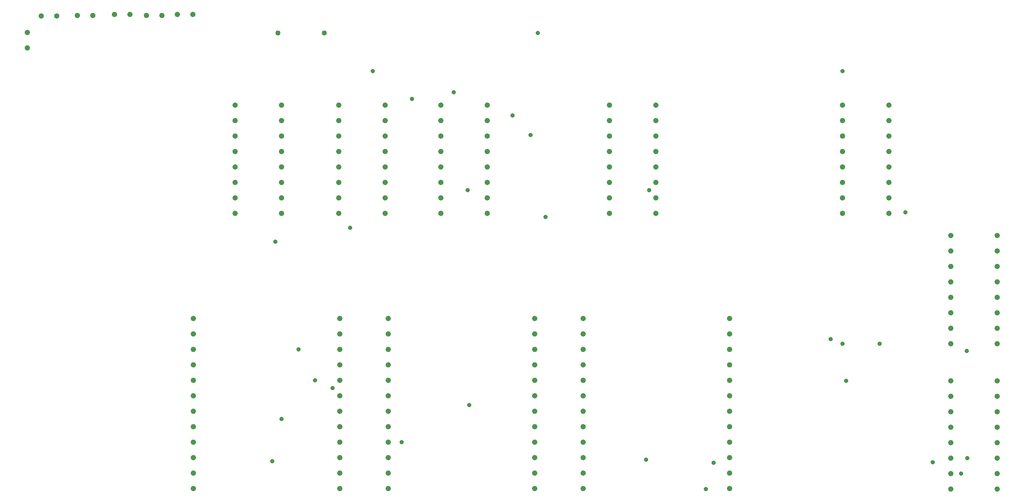
<source format=gbr>
G04 Layer_Color=0*
%FSLAX26Y26*%
%MOIN*%
%TF.FileFunction,Plated,1,2,PTH,Drill*%
%TF.Part,Single*%
G01*
G75*
%TA.AperFunction,ComponentDrill*%
%ADD18C,0.035433*%
%ADD19C,0.035433*%
%ADD20C,0.033465*%
%TA.AperFunction,ViaDrill,NotFilled*%
%ADD21C,0.028000*%
D18*
X7180000Y2550000D02*
D03*
Y2450000D02*
D03*
Y2350000D02*
D03*
Y2250000D02*
D03*
Y2150000D02*
D03*
Y2050000D02*
D03*
Y1950000D02*
D03*
Y1850000D02*
D03*
X7480000Y2550000D02*
D03*
Y2450000D02*
D03*
Y2350000D02*
D03*
Y2250000D02*
D03*
Y2150000D02*
D03*
Y2050000D02*
D03*
Y1950000D02*
D03*
Y1850000D02*
D03*
X7180000Y3490000D02*
D03*
Y3390000D02*
D03*
Y3290000D02*
D03*
Y3190000D02*
D03*
Y3090000D02*
D03*
Y2990000D02*
D03*
Y2890000D02*
D03*
Y2790000D02*
D03*
X7480000Y3490000D02*
D03*
Y3390000D02*
D03*
Y3290000D02*
D03*
Y3190000D02*
D03*
Y3090000D02*
D03*
Y2990000D02*
D03*
Y2890000D02*
D03*
Y2790000D02*
D03*
X2555000Y4335000D02*
D03*
Y4235000D02*
D03*
Y4135000D02*
D03*
Y4035000D02*
D03*
Y3935000D02*
D03*
Y3835000D02*
D03*
Y3735000D02*
D03*
Y3635000D02*
D03*
X2855000Y4335000D02*
D03*
Y4235000D02*
D03*
Y4135000D02*
D03*
Y4035000D02*
D03*
Y3935000D02*
D03*
Y3835000D02*
D03*
Y3735000D02*
D03*
Y3635000D02*
D03*
X3885000Y4335000D02*
D03*
Y4235000D02*
D03*
Y4135000D02*
D03*
Y4035000D02*
D03*
Y3935000D02*
D03*
Y3835000D02*
D03*
Y3735000D02*
D03*
Y3635000D02*
D03*
X4185000Y4335000D02*
D03*
Y4235000D02*
D03*
Y4135000D02*
D03*
Y4035000D02*
D03*
Y3935000D02*
D03*
Y3835000D02*
D03*
Y3735000D02*
D03*
Y3635000D02*
D03*
X4975000Y4335000D02*
D03*
Y4235000D02*
D03*
Y4135000D02*
D03*
Y4035000D02*
D03*
Y3935000D02*
D03*
Y3835000D02*
D03*
Y3735000D02*
D03*
Y3635000D02*
D03*
X5275000Y4335000D02*
D03*
Y4235000D02*
D03*
Y4135000D02*
D03*
Y4035000D02*
D03*
Y3935000D02*
D03*
Y3835000D02*
D03*
Y3735000D02*
D03*
Y3635000D02*
D03*
X6480000Y4335000D02*
D03*
Y4235000D02*
D03*
Y4135000D02*
D03*
Y4035000D02*
D03*
Y3935000D02*
D03*
Y3835000D02*
D03*
Y3735000D02*
D03*
Y3635000D02*
D03*
X6780000Y4335000D02*
D03*
Y4235000D02*
D03*
Y4135000D02*
D03*
Y4035000D02*
D03*
Y3935000D02*
D03*
Y3835000D02*
D03*
Y3735000D02*
D03*
Y3635000D02*
D03*
X3225000Y4335000D02*
D03*
Y4235000D02*
D03*
Y4135000D02*
D03*
Y4035000D02*
D03*
Y3935000D02*
D03*
Y3835000D02*
D03*
Y3735000D02*
D03*
Y3635000D02*
D03*
X3525000Y4335000D02*
D03*
Y4235000D02*
D03*
Y4135000D02*
D03*
Y4035000D02*
D03*
Y3935000D02*
D03*
Y3835000D02*
D03*
Y3735000D02*
D03*
Y3635000D02*
D03*
X2180000Y4920000D02*
D03*
X2280000D02*
D03*
X1980000Y4915000D02*
D03*
X2080000D02*
D03*
X1775000Y4920000D02*
D03*
X1875000D02*
D03*
X1535000Y4915000D02*
D03*
X1635000D02*
D03*
X1300000Y4910000D02*
D03*
X1400000D02*
D03*
D19*
X3545000Y2955000D02*
D03*
Y2855000D02*
D03*
Y2755000D02*
D03*
Y2655000D02*
D03*
Y2555000D02*
D03*
Y2455000D02*
D03*
Y2355000D02*
D03*
Y2255000D02*
D03*
Y2155000D02*
D03*
Y2055000D02*
D03*
Y1955000D02*
D03*
Y1855000D02*
D03*
X3230000Y2955000D02*
D03*
Y2855000D02*
D03*
Y2755000D02*
D03*
Y2655000D02*
D03*
Y2555000D02*
D03*
Y2455000D02*
D03*
Y2355000D02*
D03*
Y2255000D02*
D03*
Y2155000D02*
D03*
Y2055000D02*
D03*
Y1955000D02*
D03*
Y1855000D02*
D03*
X2285000Y2955000D02*
D03*
Y2855000D02*
D03*
Y2755000D02*
D03*
Y2655000D02*
D03*
Y2555000D02*
D03*
Y2455000D02*
D03*
Y2355000D02*
D03*
Y2255000D02*
D03*
Y2155000D02*
D03*
Y2055000D02*
D03*
Y1955000D02*
D03*
Y1855000D02*
D03*
X5750000Y2955000D02*
D03*
Y2855000D02*
D03*
Y2755000D02*
D03*
Y2655000D02*
D03*
Y2555000D02*
D03*
Y2455000D02*
D03*
Y2355000D02*
D03*
Y2255000D02*
D03*
Y2155000D02*
D03*
Y2055000D02*
D03*
Y1955000D02*
D03*
Y1855000D02*
D03*
X4805000Y2955000D02*
D03*
Y2855000D02*
D03*
Y2755000D02*
D03*
Y2655000D02*
D03*
Y2555000D02*
D03*
Y2455000D02*
D03*
Y2355000D02*
D03*
Y2255000D02*
D03*
Y2155000D02*
D03*
Y2055000D02*
D03*
Y1955000D02*
D03*
Y1855000D02*
D03*
X4490000Y2955000D02*
D03*
Y2855000D02*
D03*
Y2755000D02*
D03*
Y2655000D02*
D03*
Y2555000D02*
D03*
Y2455000D02*
D03*
Y2355000D02*
D03*
Y2255000D02*
D03*
Y2155000D02*
D03*
Y2055000D02*
D03*
Y1955000D02*
D03*
Y1855000D02*
D03*
X1210000Y4705000D02*
D03*
Y4805000D02*
D03*
D20*
X2830000Y4800000D02*
D03*
X3130000D02*
D03*
D21*
X2815000Y3451000D02*
D03*
X4562000Y3610000D02*
D03*
X6720000Y2790000D02*
D03*
X3072000Y2555000D02*
D03*
X3630000Y2155000D02*
D03*
X3185000Y2505000D02*
D03*
X2965000Y2755000D02*
D03*
X2795000Y2030000D02*
D03*
X7063000Y2025000D02*
D03*
X6889000Y3640000D02*
D03*
X3298000Y3542000D02*
D03*
X3966472Y4419528D02*
D03*
X5647000Y2021000D02*
D03*
X5210000Y2040000D02*
D03*
X4465000Y4140000D02*
D03*
X4069000Y2394000D02*
D03*
X4510000Y4800000D02*
D03*
X5230000Y3785000D02*
D03*
X7247000Y1950000D02*
D03*
X6506000Y2550000D02*
D03*
X7288000Y2050000D02*
D03*
X7285000Y2746000D02*
D03*
X5597000Y1850000D02*
D03*
X6405000Y2820000D02*
D03*
X6480000Y2790000D02*
D03*
X2855000Y2305000D02*
D03*
X4058000Y3785000D02*
D03*
X4347000Y4268000D02*
D03*
X6480000Y4555000D02*
D03*
X3445000D02*
D03*
X3697000Y4374000D02*
D03*
%TF.MD5,6B90A2A158367ED41EE56ABE363F5A6A*%
M02*

</source>
